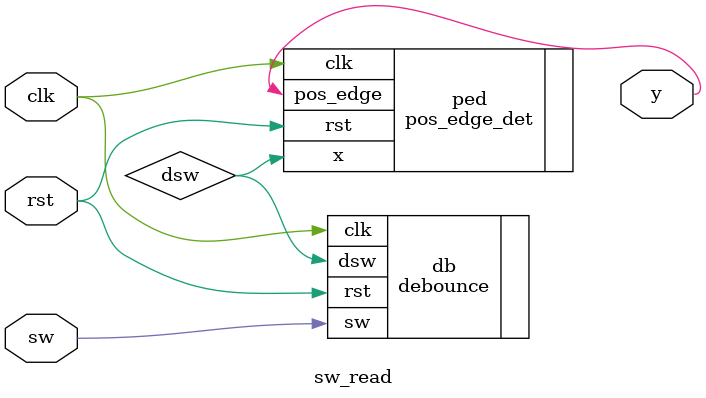
<source format=v>
`timescale 1ns / 1ps
module sw_read(
    input sw,
    input clk,rst,
    output y
    );

wire dsw;
debounce #(16) db(.sw(sw),
                    .clk(clk),
                    .rst(rst),
                    .dsw(dsw));

pos_edge_det ped(.x(dsw),
                    .clk(clk),
                    .rst(rst),
                    .pos_edge(y));                    

                   
    
endmodule

</source>
